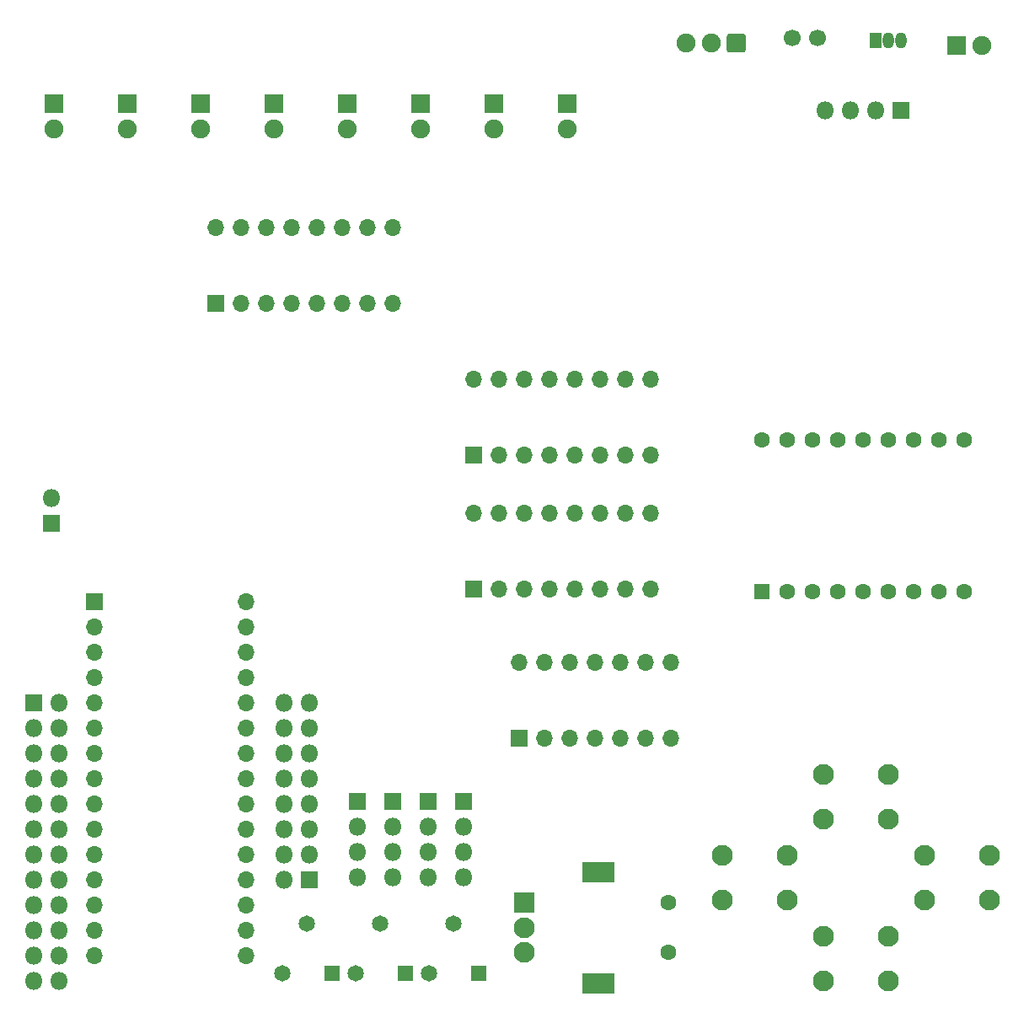
<source format=gbr>
G04 #@! TF.GenerationSoftware,KiCad,Pcbnew,(5.1.6)-1*
G04 #@! TF.CreationDate,2020-06-28T06:58:36-07:00*
G04 #@! TF.ProjectId,NanoDemo,4e616e6f-4465-46d6-9f2e-6b696361645f,rev?*
G04 #@! TF.SameCoordinates,Original*
G04 #@! TF.FileFunction,Soldermask,Bot*
G04 #@! TF.FilePolarity,Negative*
%FSLAX46Y46*%
G04 Gerber Fmt 4.6, Leading zero omitted, Abs format (unit mm)*
G04 Created by KiCad (PCBNEW (5.1.6)-1) date 2020-06-28 06:58:36*
%MOMM*%
%LPD*%
G01*
G04 APERTURE LIST*
%ADD10O,1.800000X1.800000*%
%ADD11R,1.800000X1.800000*%
%ADD12C,1.900000*%
%ADD13O,1.700000X1.700000*%
%ADD14R,1.700000X1.700000*%
%ADD15R,1.150000X1.600000*%
%ADD16O,1.150000X1.600000*%
%ADD17C,2.100000*%
%ADD18C,1.650000*%
%ADD19R,1.650000X1.650000*%
%ADD20R,2.100000X2.100000*%
%ADD21R,3.300000X2.100000*%
%ADD22C,1.600000*%
%ADD23C,1.700000*%
%ADD24R,1.600000X1.600000*%
%ADD25R,1.900000X1.900000*%
G04 APERTURE END LIST*
D10*
G04 #@! TO.C,Ext. Power*
X20066000Y-66040000D03*
D11*
X20066000Y-68580000D03*
G04 #@! TD*
D10*
G04 #@! TO.C,J5 - OLED Display*
X102870000Y-27051000D03*
D11*
X105410000Y-27051000D03*
D10*
X97790000Y-27051000D03*
X100330000Y-27051000D03*
G04 #@! TD*
D12*
G04 #@! TO.C,IR Rx*
X83820000Y-20320000D03*
X86360000Y-20320000D03*
G36*
G01*
X89850000Y-19634100D02*
X89850000Y-21005900D01*
G75*
G02*
X89585900Y-21270000I-264100J0D01*
G01*
X88214100Y-21270000D01*
G75*
G02*
X87950000Y-21005900I0J264100D01*
G01*
X87950000Y-19634100D01*
G75*
G02*
X88214100Y-19370000I264100J0D01*
G01*
X89585900Y-19370000D01*
G75*
G02*
X89850000Y-19634100I0J-264100D01*
G01*
G37*
G04 #@! TD*
D13*
G04 #@! TO.C,U5 - 74HC595*
X62484000Y-54102000D03*
X80264000Y-61722000D03*
X65024000Y-54102000D03*
X77724000Y-61722000D03*
X67564000Y-54102000D03*
X75184000Y-61722000D03*
X70104000Y-54102000D03*
X72644000Y-61722000D03*
X72644000Y-54102000D03*
X70104000Y-61722000D03*
X75184000Y-54102000D03*
X67564000Y-61722000D03*
X77724000Y-54102000D03*
X65024000Y-61722000D03*
X80264000Y-54102000D03*
D14*
X62484000Y-61722000D03*
G04 #@! TD*
D13*
G04 #@! TO.C,U4 - 74HC595*
X62484000Y-67564000D03*
X80264000Y-75184000D03*
X65024000Y-67564000D03*
X77724000Y-75184000D03*
X67564000Y-67564000D03*
X75184000Y-75184000D03*
X70104000Y-67564000D03*
X72644000Y-75184000D03*
X72644000Y-67564000D03*
X70104000Y-75184000D03*
X75184000Y-67564000D03*
X67564000Y-75184000D03*
X77724000Y-67564000D03*
X65024000Y-75184000D03*
X80264000Y-67564000D03*
D14*
X62484000Y-75184000D03*
G04 #@! TD*
D13*
G04 #@! TO.C,U3 - 74HC595*
X36576000Y-38862000D03*
X54356000Y-46482000D03*
X39116000Y-38862000D03*
X51816000Y-46482000D03*
X41656000Y-38862000D03*
X49276000Y-46482000D03*
X44196000Y-38862000D03*
X46736000Y-46482000D03*
X46736000Y-38862000D03*
X44196000Y-46482000D03*
X49276000Y-38862000D03*
X41656000Y-46482000D03*
X51816000Y-38862000D03*
X39116000Y-46482000D03*
X54356000Y-38862000D03*
D14*
X36576000Y-46482000D03*
G04 #@! TD*
D15*
G04 #@! TO.C,Temperature*
X102870000Y-20066000D03*
D16*
X105410000Y-20066000D03*
X104140000Y-20066000D03*
G04 #@! TD*
D13*
G04 #@! TO.C,U1 - 74HC14*
X67056000Y-82550000D03*
X82296000Y-90170000D03*
X69596000Y-82550000D03*
X79756000Y-90170000D03*
X72136000Y-82550000D03*
X77216000Y-90170000D03*
X74676000Y-82550000D03*
X74676000Y-90170000D03*
X77216000Y-82550000D03*
X72136000Y-90170000D03*
X79756000Y-82550000D03*
X69596000Y-90170000D03*
X82296000Y-82550000D03*
D14*
X67056000Y-90170000D03*
G04 #@! TD*
D17*
G04 #@! TO.C,SW4*
X97640000Y-114554000D03*
X97640000Y-110054000D03*
X104140000Y-114554000D03*
X104140000Y-110054000D03*
G04 #@! TD*
G04 #@! TO.C,SW3*
X97640000Y-98298000D03*
X97640000Y-93798000D03*
X104140000Y-98298000D03*
X104140000Y-93798000D03*
G04 #@! TD*
G04 #@! TO.C,SW2*
X107800000Y-106426000D03*
X107800000Y-101926000D03*
X114300000Y-106426000D03*
X114300000Y-101926000D03*
G04 #@! TD*
G04 #@! TO.C,SW1*
X87480000Y-106426000D03*
X87480000Y-101926000D03*
X93980000Y-106426000D03*
X93980000Y-101926000D03*
G04 #@! TD*
D18*
G04 #@! TO.C,RV3*
X60492000Y-108792000D03*
D19*
X62992000Y-113792000D03*
D18*
X57992000Y-113792000D03*
G04 #@! TD*
G04 #@! TO.C,RV2*
X53126000Y-108792000D03*
D19*
X55626000Y-113792000D03*
D18*
X50626000Y-113792000D03*
G04 #@! TD*
G04 #@! TO.C,RV1*
X45760000Y-108792000D03*
D19*
X48260000Y-113792000D03*
D18*
X43260000Y-113792000D03*
G04 #@! TD*
D20*
G04 #@! TO.C,Rot. Enc.*
X67564000Y-106680000D03*
D17*
X67564000Y-109180000D03*
X67564000Y-111680000D03*
D21*
X75064000Y-103580000D03*
X75064000Y-114780000D03*
D22*
X82064000Y-106680000D03*
X82064000Y-111680000D03*
G04 #@! TD*
D23*
G04 #@! TO.C,Photocell*
X97028000Y-19812000D03*
X94488000Y-19812000D03*
G04 #@! TD*
D10*
G04 #@! TO.C,Analog*
X43434000Y-86614000D03*
X45974000Y-86614000D03*
X43434000Y-89154000D03*
X45974000Y-89154000D03*
X43434000Y-91694000D03*
X45974000Y-91694000D03*
X43434000Y-94234000D03*
X45974000Y-94234000D03*
X43434000Y-96774000D03*
X45974000Y-96774000D03*
X43434000Y-99314000D03*
X45974000Y-99314000D03*
X43434000Y-101854000D03*
X45974000Y-101854000D03*
X43434000Y-104394000D03*
D11*
X45974000Y-104394000D03*
G04 #@! TD*
D10*
G04 #@! TO.C,Digital*
X20828000Y-114554000D03*
X18288000Y-114554000D03*
X20828000Y-112014000D03*
X18288000Y-112014000D03*
X20828000Y-109474000D03*
X18288000Y-109474000D03*
X20828000Y-106934000D03*
X18288000Y-106934000D03*
X20828000Y-104394000D03*
X18288000Y-104394000D03*
X20828000Y-101854000D03*
X18288000Y-101854000D03*
X20828000Y-99314000D03*
X18288000Y-99314000D03*
X20828000Y-96774000D03*
X18288000Y-96774000D03*
X20828000Y-94234000D03*
X18288000Y-94234000D03*
X20828000Y-91694000D03*
X18288000Y-91694000D03*
X20828000Y-89154000D03*
X18288000Y-89154000D03*
X20828000Y-86614000D03*
D11*
X18288000Y-86614000D03*
G04 #@! TD*
D10*
G04 #@! TO.C,J4*
X61468000Y-104140000D03*
X61468000Y-101600000D03*
X61468000Y-99060000D03*
D11*
X61468000Y-96520000D03*
G04 #@! TD*
D10*
G04 #@! TO.C,J3*
X57912000Y-104140000D03*
X57912000Y-101600000D03*
X57912000Y-99060000D03*
D11*
X57912000Y-96520000D03*
G04 #@! TD*
D10*
G04 #@! TO.C,J2*
X54356000Y-104140000D03*
X54356000Y-101600000D03*
X54356000Y-99060000D03*
D11*
X54356000Y-96520000D03*
G04 #@! TD*
D10*
G04 #@! TO.C,J1*
X50800000Y-104140000D03*
X50800000Y-101600000D03*
X50800000Y-99060000D03*
D11*
X50800000Y-96520000D03*
G04 #@! TD*
D22*
G04 #@! TO.C,2 x 7 Segment *
X91440000Y-60198000D03*
X93980000Y-60198000D03*
X96520000Y-60198000D03*
X99060000Y-60198000D03*
X101600000Y-60198000D03*
X104140000Y-60198000D03*
X106680000Y-60198000D03*
X109220000Y-60198000D03*
X111760000Y-60198000D03*
X111760000Y-75438000D03*
X109220000Y-75438000D03*
X106680000Y-75438000D03*
X104140000Y-75438000D03*
X101600000Y-75438000D03*
X99060000Y-75438000D03*
X96520000Y-75438000D03*
X93980000Y-75438000D03*
D24*
X91440000Y-75438000D03*
G04 #@! TD*
D12*
G04 #@! TO.C,IR LED*
X113538000Y-20574000D03*
D25*
X110998000Y-20574000D03*
G04 #@! TD*
D12*
G04 #@! TO.C,D16*
X71882000Y-28956000D03*
D25*
X71882000Y-26416000D03*
G04 #@! TD*
D12*
G04 #@! TO.C,D15*
X64516000Y-28956000D03*
D25*
X64516000Y-26416000D03*
G04 #@! TD*
D12*
G04 #@! TO.C,D14*
X57150000Y-28956000D03*
D25*
X57150000Y-26416000D03*
G04 #@! TD*
D12*
G04 #@! TO.C,D13*
X49784000Y-28956000D03*
D25*
X49784000Y-26416000D03*
G04 #@! TD*
D12*
G04 #@! TO.C,D12*
X42418000Y-28956000D03*
D25*
X42418000Y-26416000D03*
G04 #@! TD*
D12*
G04 #@! TO.C,D11*
X35052000Y-28956000D03*
D25*
X35052000Y-26416000D03*
G04 #@! TD*
D12*
G04 #@! TO.C,D10*
X27686000Y-28956000D03*
D25*
X27686000Y-26416000D03*
G04 #@! TD*
D12*
G04 #@! TO.C,D9*
X20320000Y-28956000D03*
D25*
X20320000Y-26416000D03*
G04 #@! TD*
D13*
G04 #@! TO.C,Arduino Nano*
X39624000Y-112014000D03*
X24384000Y-112014000D03*
X39624000Y-76454000D03*
X24384000Y-109474000D03*
X39624000Y-78994000D03*
X24384000Y-106934000D03*
X39624000Y-81534000D03*
X24384000Y-104394000D03*
X39624000Y-84074000D03*
X24384000Y-101854000D03*
X39624000Y-86614000D03*
X24384000Y-99314000D03*
X39624000Y-89154000D03*
X24384000Y-96774000D03*
X39624000Y-91694000D03*
X24384000Y-94234000D03*
X39624000Y-94234000D03*
X24384000Y-91694000D03*
X39624000Y-96774000D03*
X24384000Y-89154000D03*
X39624000Y-99314000D03*
X24384000Y-86614000D03*
X39624000Y-101854000D03*
X24384000Y-84074000D03*
X39624000Y-104394000D03*
X24384000Y-81534000D03*
X39624000Y-106934000D03*
X24384000Y-78994000D03*
X39624000Y-109474000D03*
D14*
X24384000Y-76454000D03*
G04 #@! TD*
M02*

</source>
